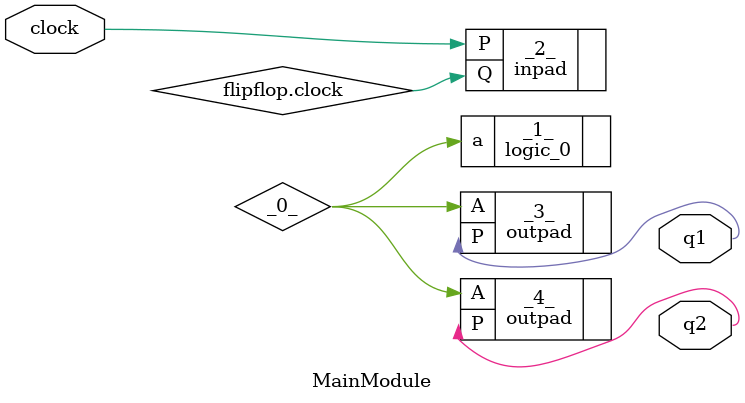
<source format=v>
/* Generated by Yosys 0.9+2406 (git sha1 ca763e6d5, gcc 10.2.1-6 -fPIC -Os) */

(* top =  1  *)
(* src = "/data/data/com.termux/files/home/fpga-examples/blink/fpga.v:17.1-38.10" *)
module MainModule(clock, q1, q2);
  wire _0_;
  (* src = "/data/data/com.termux/files/home/fpga-examples/blink/fpga.v:18.14-18.19" *)
  input clock;
  (* hdlname = "flipflop clock" *)
  (* src = "/data/data/com.termux/files/home/fpga-examples/blink/fpga.v:26.19-31.4|/data/data/com.termux/files/home/fpga-examples/blink/fpga.v:1.38-1.43" *)
  (* unused_bits = "0" *)
  wire \flipflop.clock ;
  (* src = "/data/data/com.termux/files/home/fpga-examples/blink/fpga.v:19.15-19.17" *)
  output q1;
  (* src = "/data/data/com.termux/files/home/fpga-examples/blink/fpga.v:20.15-20.17" *)
  output q2;
  logic_0 _1_ (
    .a(_0_)
  );
  (* keep = 32'd1 *)
  inpad #(
    .IO_LOC("X22Y32"),
    .IO_PAD("34"),
    .IO_TYPE("BIDIR")
  ) _2_ (
    .P(clock),
    .Q(\flipflop.clock )
  );
  (* keep = 32'd1 *)
  outpad #(
    .IO_LOC("X24Y32"),
    .IO_PAD("39"),
    .IO_TYPE("BIDIR")
  ) _3_ (
    .A(_0_),
    .P(q1)
  );
  (* keep = 32'd1 *)
  outpad #(
    .IO_LOC("X30Y32"),
    .IO_PAD("38"),
    .IO_TYPE("BIDIR")
  ) _4_ (
    .A(_0_),
    .P(q2)
  );
endmodule

</source>
